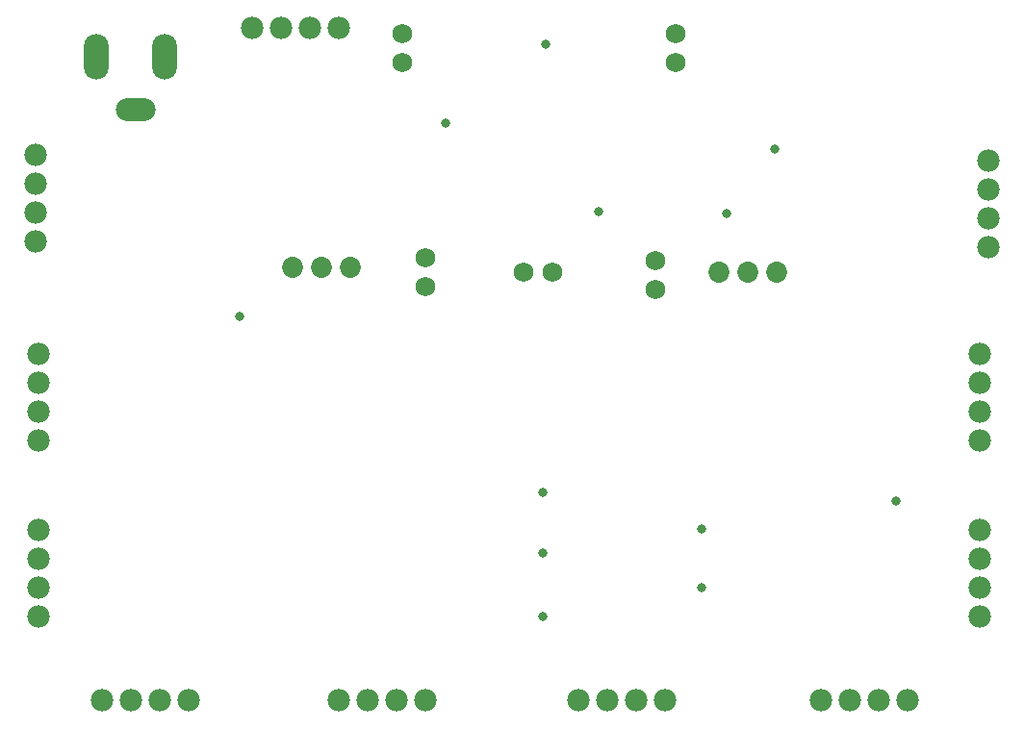
<source format=gbs>
G04*
G04 #@! TF.GenerationSoftware,Altium Limited,Altium Designer,24.1.2 (44)*
G04*
G04 Layer_Color=16711935*
%FSLAX44Y44*%
%MOMM*%
G71*
G04*
G04 #@! TF.SameCoordinates,F364B903-5596-4D6A-ADCC-369FF5D97E13*
G04*
G04*
G04 #@! TF.FilePolarity,Negative*
G04*
G01*
G75*
%ADD30C,1.7272*%
%ADD31C,1.8532*%
%ADD32O,2.2032X4.0032*%
%ADD33O,3.5032X2.0032*%
%ADD34C,1.9812*%
%ADD35C,0.8382*%
D30*
X572770Y405130D02*
D03*
Y379730D02*
D03*
X370840Y407670D02*
D03*
Y382270D02*
D03*
X590550Y604520D02*
D03*
Y579120D02*
D03*
X457200Y394970D02*
D03*
X482600D02*
D03*
X350520Y604520D02*
D03*
Y579120D02*
D03*
D31*
X679450Y394970D02*
D03*
X654050D02*
D03*
X628650D02*
D03*
X254000Y398780D02*
D03*
X279400D02*
D03*
X304800D02*
D03*
D32*
X141280Y584200D02*
D03*
X81280D02*
D03*
D33*
X116280Y537700D02*
D03*
D34*
X243840Y609600D02*
D03*
X218440D02*
D03*
X294640D02*
D03*
X269240D02*
D03*
X866140Y467360D02*
D03*
Y492760D02*
D03*
Y416560D02*
D03*
Y441960D02*
D03*
X769620Y17780D02*
D03*
X795020D02*
D03*
X718820D02*
D03*
X744220D02*
D03*
X556260D02*
D03*
X581660D02*
D03*
X505460D02*
D03*
X530860D02*
D03*
X858520Y116840D02*
D03*
Y91440D02*
D03*
Y167640D02*
D03*
Y142240D02*
D03*
Y271780D02*
D03*
Y246380D02*
D03*
Y322580D02*
D03*
Y297180D02*
D03*
X30480Y142240D02*
D03*
Y167640D02*
D03*
Y91440D02*
D03*
Y116840D02*
D03*
X345440Y17780D02*
D03*
X370840D02*
D03*
X294640D02*
D03*
X320040D02*
D03*
X137160D02*
D03*
X162560D02*
D03*
X86360D02*
D03*
X111760D02*
D03*
X27940Y472440D02*
D03*
Y497840D02*
D03*
Y421640D02*
D03*
Y447040D02*
D03*
X30480Y297180D02*
D03*
Y322580D02*
D03*
Y246380D02*
D03*
Y271780D02*
D03*
D35*
X678180Y502920D02*
D03*
X635500Y446270D02*
D03*
X476250Y595630D02*
D03*
X613410Y116840D02*
D03*
Y168910D02*
D03*
X784860Y193040D02*
D03*
X473710Y91440D02*
D03*
Y147320D02*
D03*
Y200660D02*
D03*
X388620Y525780D02*
D03*
X523240Y448310D02*
D03*
X207010Y355600D02*
D03*
M02*

</source>
